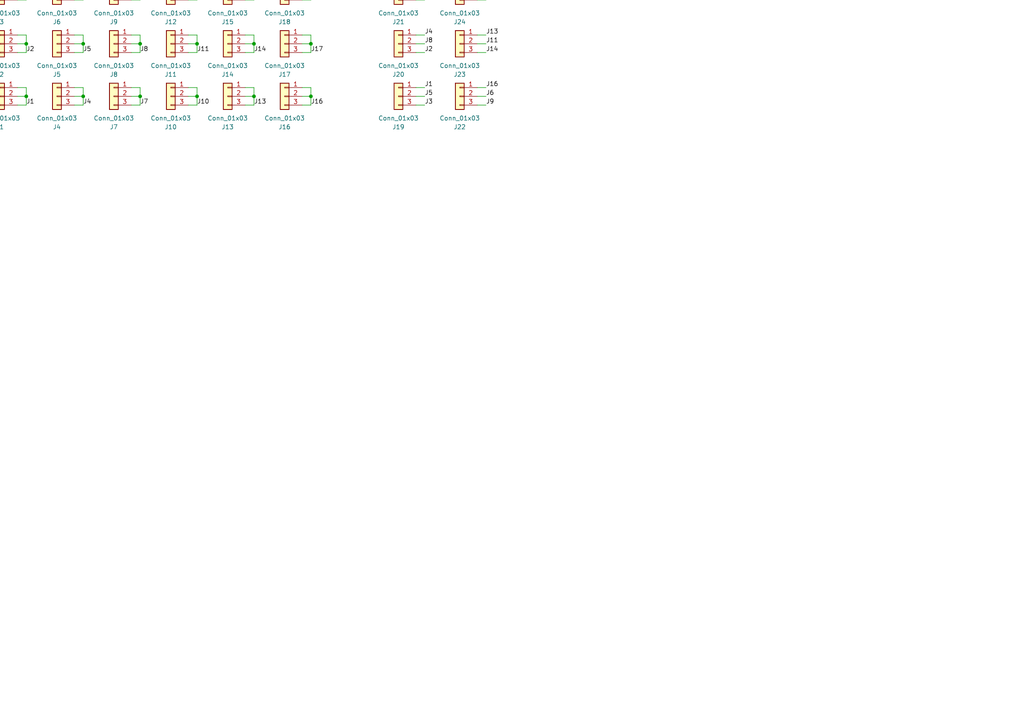
<source format=kicad_sch>
(kicad_sch (version 20211123) (generator eeschema)
  (paper "A4")
  (lib_symbols
    (symbol "Connector_Generic:Conn_01x03" (pin_names (offset 1.016) hide)
      (property "Reference" "J" (at 0 5.08 0))
      (property "Value" "Conn_01x03" (at 0 -5.08 0))
      (symbol "Conn_01x03_1_1"
        (rectangle (start -1.27 -2.413) (end 0 -2.667) (stroke (width 0.1524)))
        (rectangle (start -1.27 0.127) (end 0 -0.127) (stroke (width 0.1524)))
        (rectangle (start -1.27 2.667) (end 0 2.413) (stroke (width 0.1524)))
        (rectangle (start -1.27 3.81) (end 1.27 -3.81) (stroke (width 0.254)) (fill (type background)))
        (pin passive line (at -5.08 2.54 0) (length 3.81) (name "Pin_1") (number "1"))
        (pin passive line (at -5.08 0 0) (length 3.81) (name "Pin_2") (number "2"))
        (pin passive line (at -5.08 -2.54 0) (length 3.81) (name "Pin_3") (number "3"))
      )
    )
  )
  (junction (at 90.17 -2.54))
  (junction (at 57.15 27.94))
  (junction (at 7.62 27.94))
  (junction (at 24.13 -2.54))
  (junction (at 24.13 12.7))
  (junction (at 90.17 12.7))
  (junction (at 73.66 -2.54))
  (junction (at 24.13 27.94))
  (junction (at 40.64 27.94))
  (junction (at 7.62 12.7))
  (junction (at 7.62 -2.54))
  (junction (at 73.66 12.7))
  (junction (at 40.64 12.7))
  (junction (at 90.17 27.94))
  (junction (at 57.15 12.7))
  (junction (at 57.15 -2.54))
  (junction (at 40.64 -2.54))
  (junction (at 73.66 27.94))
  (wire (pts (xy 71.12 -5.08) (xy 73.66 -5.08)))
  (wire (pts (xy 71.12 15.24) (xy 73.66 15.24)))
  (wire (pts (xy 21.59 -5.08) (xy 24.13 -5.08)))
  (wire (pts (xy 57.15 -2.54) (xy 57.15 0)))
  (wire (pts (xy 90.17 25.4) (xy 90.17 27.94)))
  (wire (pts (xy 120.65 0) (xy 123.19 0)))
  (wire (pts (xy 5.08 10.16) (xy 7.62 10.16)))
  (wire (pts (xy 71.12 12.7) (xy 73.66 12.7)))
  (wire (pts (xy 21.59 15.24) (xy 24.13 15.24)))
  (wire (pts (xy 5.08 -2.54) (xy 7.62 -2.54)))
  (wire (pts (xy 87.63 30.48) (xy 90.17 30.48)))
  (wire (pts (xy 7.62 10.16) (xy 7.62 12.7)))
  (wire (pts (xy 38.1 -2.54) (xy 40.64 -2.54)))
  (wire (pts (xy 54.61 -2.54) (xy 57.15 -2.54)))
  (wire (pts (xy 24.13 10.16) (xy 24.13 12.7)))
  (wire (pts (xy 40.64 10.16) (xy 40.64 12.7)))
  (wire (pts (xy 24.13 27.94) (xy 24.13 30.48)))
  (wire (pts (xy 120.65 10.16) (xy 123.19 10.16)))
  (wire (pts (xy 5.08 0) (xy 7.62 0)))
  (wire (pts (xy 90.17 -2.54) (xy 90.17 0)))
  (wire (pts (xy 7.62 27.94) (xy 7.62 30.48)))
  (wire (pts (xy 21.59 27.94) (xy 24.13 27.94)))
  (wire (pts (xy 21.59 12.7) (xy 24.13 12.7)))
  (wire (pts (xy 87.63 25.4) (xy 90.17 25.4)))
  (wire (pts (xy 5.08 25.4) (xy 7.62 25.4)))
  (wire (pts (xy 73.66 10.16) (xy 73.66 12.7)))
  (wire (pts (xy 40.64 -5.08) (xy 40.64 -2.54)))
  (wire (pts (xy 38.1 30.48) (xy 40.64 30.48)))
  (wire (pts (xy 7.62 12.7) (xy 7.62 15.24)))
  (wire (pts (xy 38.1 10.16) (xy 40.64 10.16)))
  (wire (pts (xy 54.61 30.48) (xy 57.15 30.48)))
  (wire (pts (xy 120.65 12.7) (xy 123.19 12.7)))
  (wire (pts (xy 87.63 0) (xy 90.17 0)))
  (wire (pts (xy 73.66 -2.54) (xy 73.66 0)))
  (wire (pts (xy 40.64 25.4) (xy 40.64 27.94)))
  (wire (pts (xy 7.62 -2.54) (xy 7.62 0)))
  (wire (pts (xy 87.63 15.24) (xy 90.17 15.24)))
  (wire (pts (xy 140.97 25.4) (xy 138.43 25.4)))
  (wire (pts (xy 40.64 -2.54) (xy 40.64 0)))
  (wire (pts (xy 87.63 10.16) (xy 90.17 10.16)))
  (wire (pts (xy 54.61 25.4) (xy 57.15 25.4)))
  (wire (pts (xy 90.17 12.7) (xy 90.17 15.24)))
  (wire (pts (xy 21.59 -2.54) (xy 24.13 -2.54)))
  (wire (pts (xy 57.15 12.7) (xy 57.15 15.24)))
  (wire (pts (xy 5.08 15.24) (xy 7.62 15.24)))
  (wire (pts (xy 120.65 30.48) (xy 123.19 30.48)))
  (wire (pts (xy 71.12 10.16) (xy 73.66 10.16)))
  (wire (pts (xy 38.1 0) (xy 40.64 0)))
  (wire (pts (xy 73.66 25.4) (xy 73.66 27.94)))
  (wire (pts (xy 54.61 15.24) (xy 57.15 15.24)))
  (wire (pts (xy 57.15 -5.08) (xy 57.15 -2.54)))
  (wire (pts (xy 71.12 27.94) (xy 73.66 27.94)))
  (wire (pts (xy 24.13 -2.54) (xy 24.13 0)))
  (wire (pts (xy 71.12 30.48) (xy 73.66 30.48)))
  (wire (pts (xy 40.64 12.7) (xy 40.64 15.24)))
  (wire (pts (xy 140.97 30.48) (xy 138.43 30.48)))
  (wire (pts (xy 7.62 -5.08) (xy 7.62 -2.54)))
  (wire (pts (xy 5.08 30.48) (xy 7.62 30.48)))
  (wire (pts (xy 120.65 15.24) (xy 123.19 15.24)))
  (wire (pts (xy 54.61 -5.08) (xy 57.15 -5.08)))
  (wire (pts (xy 40.64 27.94) (xy 40.64 30.48)))
  (wire (pts (xy 71.12 25.4) (xy 73.66 25.4)))
  (wire (pts (xy 140.97 15.24) (xy 138.43 15.24)))
  (wire (pts (xy 5.08 27.94) (xy 7.62 27.94)))
  (wire (pts (xy 120.65 25.4) (xy 123.19 25.4)))
  (wire (pts (xy 140.97 12.7) (xy 138.43 12.7)))
  (wire (pts (xy 5.08 12.7) (xy 7.62 12.7)))
  (wire (pts (xy 73.66 -5.08) (xy 73.66 -2.54)))
  (wire (pts (xy 21.59 0) (xy 24.13 0)))
  (wire (pts (xy 5.08 -5.08) (xy 7.62 -5.08)))
  (wire (pts (xy 24.13 -5.08) (xy 24.13 -2.54)))
  (wire (pts (xy 38.1 -5.08) (xy 40.64 -5.08)))
  (wire (pts (xy 38.1 27.94) (xy 40.64 27.94)))
  (wire (pts (xy 24.13 25.4) (xy 24.13 27.94)))
  (wire (pts (xy 140.97 0) (xy 138.43 0)))
  (wire (pts (xy 38.1 12.7) (xy 40.64 12.7)))
  (wire (pts (xy 120.65 27.94) (xy 123.19 27.94)))
  (wire (pts (xy 140.97 -5.08) (xy 138.43 -5.08)))
  (wire (pts (xy 7.62 25.4) (xy 7.62 27.94)))
  (wire (pts (xy 57.15 10.16) (xy 57.15 12.7)))
  (wire (pts (xy 38.1 15.24) (xy 40.64 15.24)))
  (wire (pts (xy 21.59 30.48) (xy 24.13 30.48)))
  (wire (pts (xy 87.63 12.7) (xy 90.17 12.7)))
  (wire (pts (xy 38.1 25.4) (xy 40.64 25.4)))
  (wire (pts (xy 87.63 -2.54) (xy 90.17 -2.54)))
  (wire (pts (xy 140.97 27.94) (xy 138.43 27.94)))
  (wire (pts (xy 54.61 0) (xy 57.15 0)))
  (wire (pts (xy 73.66 27.94) (xy 73.66 30.48)))
  (wire (pts (xy 140.97 10.16) (xy 138.43 10.16)))
  (wire (pts (xy 120.65 -5.08) (xy 123.19 -5.08)))
  (wire (pts (xy 21.59 25.4) (xy 24.13 25.4)))
  (wire (pts (xy 24.13 12.7) (xy 24.13 15.24)))
  (wire (pts (xy 90.17 10.16) (xy 90.17 12.7)))
  (wire (pts (xy 87.63 27.94) (xy 90.17 27.94)))
  (wire (pts (xy 57.15 27.94) (xy 57.15 30.48)))
  (wire (pts (xy 54.61 12.7) (xy 57.15 12.7)))
  (wire (pts (xy 120.65 -2.54) (xy 123.19 -2.54)))
  (wire (pts (xy 73.66 12.7) (xy 73.66 15.24)))
  (wire (pts (xy 90.17 -5.08) (xy 90.17 -2.54)))
  (wire (pts (xy 71.12 0) (xy 73.66 0)))
  (wire (pts (xy 54.61 27.94) (xy 57.15 27.94)))
  (wire (pts (xy 71.12 -2.54) (xy 73.66 -2.54)))
  (wire (pts (xy 57.15 25.4) (xy 57.15 27.94)))
  (wire (pts (xy 87.63 -5.08) (xy 90.17 -5.08)))
  (wire (pts (xy 54.61 10.16) (xy 57.15 10.16)))
  (wire (pts (xy 90.17 27.94) (xy 90.17 30.48)))
  (wire (pts (xy 140.97 -2.54) (xy 138.43 -2.54)))
  (wire (pts (xy 21.59 10.16) (xy 24.13 10.16)))
  (label "J4" (at 123.19 10.16 0))
  (label "J7" (at 40.64 30.48 0))
  (label "J11" (at 57.15 15.24 0))
  (label "J10" (at 123.19 0 0))
  (label "J7" (at 123.19 -5.08 0))
  (label "J14" (at 140.97 15.24 0))
  (label "J9" (at 40.64 0 0))
  (label "J12" (at 140.97 0 0))
  (label "J1" (at 7.62 30.48 0))
  (label "J8" (at 40.64 15.24 0))
  (label "J13" (at 140.97 10.16 0))
  (label "J8" (at 123.19 12.7 0))
  (label "J18" (at 140.97 -2.54 0))
  (label "J3" (at 7.62 0 0))
  (label "J14" (at 73.66 15.24 0))
  (label "J16" (at 90.17 30.48 0))
  (label "J2" (at 7.62 15.24 0))
  (label "J18" (at 90.17 0 0))
  (label "J17" (at 90.17 15.24 0))
  (label "J17" (at 123.19 -2.54 0))
  (label "J5" (at 123.19 27.94 0))
  (label "J13" (at 73.66 30.48 0))
  (label "J3" (at 123.19 30.48 0))
  (label "J10" (at 57.15 30.48 0))
  (label "J4" (at 24.13 30.48 0))
  (label "J15" (at 73.66 0 0))
  (label "J6" (at 140.97 27.94 0))
  (label "J12" (at 57.15 0 0))
  (label "J6" (at 24.13 0 0))
  (label "J2" (at 123.19 15.24 0))
  (label "J15" (at 140.97 -5.08 0))
  (label "J9" (at 140.97 30.48 0))
  (label "J11" (at 140.97 12.7 0))
  (label "J5" (at 24.13 15.24 0))
  (label "J16" (at 140.97 25.4 0))
  (label "J1" (at 123.19 25.4 0))
  (symbol (lib_id "Connector_Generic:Conn_01x03") (at 0 12.7 0) (mirror y) (unit 1)
    (property "Reference" "J2" (at 0 21.59 0))
    (property "Value" "Conn_01x03" (at 0 19.05 0))
  )
  (symbol (lib_id "Connector_Generic:Conn_01x03") (at 16.51 12.7 0) (mirror y) (unit 1)
    (property "Reference" "J5" (at 16.51 21.59 0))
    (property "Value" "Conn_01x03" (at 16.51 19.05 0))
  )
  (symbol (lib_id "Connector_Generic:Conn_01x03") (at 0 -2.54 0) (mirror y) (unit 1)
    (property "Reference" "J3" (at 0 6.35 0))
    (property "Value" "Conn_01x03" (at 0 3.81 0))
  )
  (symbol (lib_id "Connector_Generic:Conn_01x03") (at 133.35 -2.54 0) (mirror y) (unit 1)
    (property "Reference" "J24" (at 133.35 6.35 0))
    (property "Value" "Conn_01x03" (at 133.35 3.81 0))
  )
  (symbol (lib_id "Connector_Generic:Conn_01x03") (at 49.53 27.94 0) (mirror y) (unit 1)
    (property "Reference" "J10" (at 49.53 36.83 0))
    (property "Value" "Conn_01x03" (at 49.53 34.29 0))
  )
  (symbol (lib_id "Connector_Generic:Conn_01x03") (at 66.04 27.94 0) (mirror y) (unit 1)
    (property "Reference" "J13" (at 66.04 36.83 0))
    (property "Value" "Conn_01x03" (at 66.04 34.29 0))
  )
  (symbol (lib_id "Connector_Generic:Conn_01x03") (at 82.55 12.7 0) (mirror y) (unit 1)
    (property "Reference" "J17" (at 82.55 21.59 0))
    (property "Value" "Conn_01x03" (at 82.55 19.05 0))
  )
  (symbol (lib_id "Connector_Generic:Conn_01x03") (at 49.53 -2.54 0) (mirror y) (unit 1)
    (property "Reference" "J12" (at 49.53 6.35 0))
    (property "Value" "Conn_01x03" (at 49.53 3.81 0))
  )
  (symbol (lib_id "Connector_Generic:Conn_01x03") (at 33.02 -2.54 0) (mirror y) (unit 1)
    (property "Reference" "J9" (at 33.02 6.35 0))
    (property "Value" "Conn_01x03" (at 33.02 3.81 0))
  )
  (symbol (lib_id "Connector_Generic:Conn_01x03") (at 133.35 27.94 0) (mirror y) (unit 1)
    (property "Reference" "J22" (at 133.35 36.83 0))
    (property "Value" "Conn_01x03" (at 133.35 34.29 0))
  )
  (symbol (lib_id "Connector_Generic:Conn_01x03") (at 33.02 27.94 0) (mirror y) (unit 1)
    (property "Reference" "J7" (at 33.02 36.83 0))
    (property "Value" "Conn_01x03" (at 33.02 34.29 0))
  )
  (symbol (lib_id "Connector_Generic:Conn_01x03") (at 49.53 12.7 0) (mirror y) (unit 1)
    (property "Reference" "J11" (at 49.53 21.59 0))
    (property "Value" "Conn_01x03" (at 49.53 19.05 0))
  )
  (symbol (lib_id "Connector_Generic:Conn_01x03") (at 66.04 -2.54 0) (mirror y) (unit 1)
    (property "Reference" "J15" (at 66.04 6.35 0))
    (property "Value" "Conn_01x03" (at 66.04 3.81 0))
  )
  (symbol (lib_id "Connector_Generic:Conn_01x03") (at 115.57 27.94 0) (mirror y) (unit 1)
    (property "Reference" "J19" (at 115.57 36.83 0))
    (property "Value" "Conn_01x03" (at 115.57 34.29 0))
  )
  (symbol (lib_id "Connector_Generic:Conn_01x03") (at 115.57 12.7 0) (mirror y) (unit 1)
    (property "Reference" "J20" (at 115.57 21.59 0))
    (property "Value" "Conn_01x03" (at 115.57 19.05 0))
  )
  (symbol (lib_id "Connector_Generic:Conn_01x03") (at 33.02 12.7 0) (mirror y) (unit 1)
    (property "Reference" "J8" (at 33.02 21.59 0))
    (property "Value" "Conn_01x03" (at 33.02 19.05 0))
  )
  (symbol (lib_id "Connector_Generic:Conn_01x03") (at 66.04 12.7 0) (mirror y) (unit 1)
    (property "Reference" "J14" (at 66.04 21.59 0))
    (property "Value" "Conn_01x03" (at 66.04 19.05 0))
  )
  (symbol (lib_id "Connector_Generic:Conn_01x03") (at 16.51 27.94 0) (mirror y) (unit 1)
    (property "Reference" "J4" (at 16.51 36.83 0))
    (property "Value" "Conn_01x03" (at 16.51 34.29 0))
  )
  (symbol (lib_id "Connector_Generic:Conn_01x03") (at 115.57 -2.54 0) (mirror y) (unit 1)
    (property "Reference" "J21" (at 115.57 6.35 0))
    (property "Value" "Conn_01x03" (at 115.57 3.81 0))
  )
  (symbol (lib_id "Connector_Generic:Conn_01x03") (at 82.55 27.94 0) (mirror y) (unit 1)
    (property "Reference" "J16" (at 82.55 36.83 0))
    (property "Value" "Conn_01x03" (at 82.55 34.29 0))
  )
  (symbol (lib_id "Connector_Generic:Conn_01x03") (at 0 27.94 0) (mirror y) (unit 1)
    (property "Reference" "J1" (at 0 36.83 0))
    (property "Value" "Conn_01x03" (at 0 34.29 0))
  )
  (symbol (lib_id "Connector_Generic:Conn_01x03") (at 133.35 12.7 0) (mirror y) (unit 1)
    (property "Reference" "J23" (at 133.35 21.59 0))
    (property "Value" "Conn_01x03" (at 133.35 19.05 0))
  )
  (symbol (lib_id "Connector_Generic:Conn_01x03") (at 16.51 -2.54 0) (mirror y) (unit 1)
    (property "Reference" "J6" (at 16.51 6.35 0))
    (property "Value" "Conn_01x03" (at 16.51 3.81 0))
  )
  (symbol (lib_id "Connector_Generic:Conn_01x03") (at 82.55 -2.54 0) (mirror y) (unit 1)
    (property "Reference" "J18" (at 82.55 6.35 0))
    (property "Value" "Conn_01x03" (at 82.55 3.81 0))
  )
)
</source>
